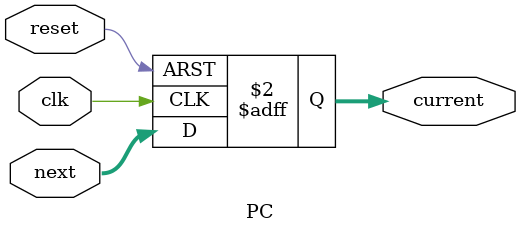
<source format=v>
`timescale 1ns / 1ps

module PC #(parameter WIDTH = 8) (clk, reset, next, current);
  input clk, reset;
  input [WIDTH-1:0] next;
  output reg [WIDTH-1:0] current;
  
  always @(posedge clk, posedge reset) begin
    if(reset)  current <= 0;
    else  current <= next;
  end
endmodule

</source>
